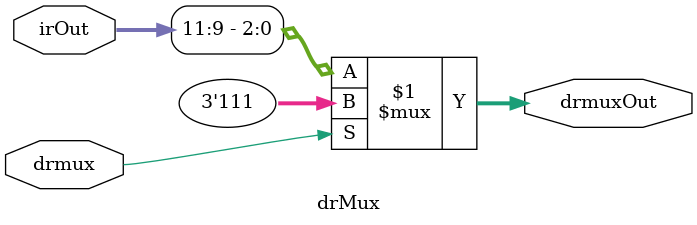
<source format=v>
module drMux(drmux, irOut, drmuxOut);
input [15:0]irOut;
input drmux;
output [2:0]drmuxOut;
assign drmuxOut = drmux?3'b111:irOut[11:9];
endmodule

</source>
